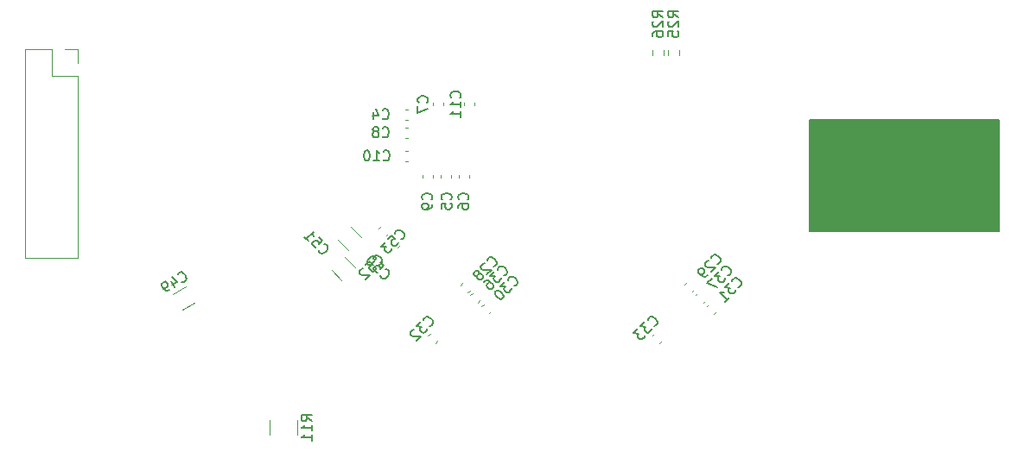
<source format=gbo>
%TF.GenerationSoftware,KiCad,Pcbnew,7.0.1-0*%
%TF.CreationDate,2023-07-11T13:22:56-05:00*%
%TF.ProjectId,plenum,706c656e-756d-42e6-9b69-6361645f7063,2*%
%TF.SameCoordinates,PXbe27330PY316a640*%
%TF.FileFunction,Legend,Bot*%
%TF.FilePolarity,Positive*%
%FSLAX46Y46*%
G04 Gerber Fmt 4.6, Leading zero omitted, Abs format (unit mm)*
G04 Created by KiCad (PCBNEW 7.0.1-0) date 2023-07-11 13:22:56*
%MOMM*%
%LPD*%
G01*
G04 APERTURE LIST*
%ADD10C,0.150000*%
%ADD11C,0.120000*%
G04 APERTURE END LIST*
D10*
X-32893000Y-11938000D02*
X-14351000Y-11938000D01*
X-14351000Y-22860000D01*
X-32893000Y-22860000D01*
X-32893000Y-11938000D01*
G36*
X-32893000Y-11938000D02*
G01*
X-14351000Y-11938000D01*
X-14351000Y-22860000D01*
X-32893000Y-22860000D01*
X-32893000Y-11938000D01*
G37*
%TO.C,C53*%
X-72950491Y-23676371D02*
X-72883148Y-23676371D01*
X-72883148Y-23676371D02*
X-72748461Y-23609028D01*
X-72748461Y-23609028D02*
X-72681117Y-23541684D01*
X-72681117Y-23541684D02*
X-72613774Y-23406997D01*
X-72613774Y-23406997D02*
X-72613774Y-23272310D01*
X-72613774Y-23272310D02*
X-72647445Y-23171295D01*
X-72647445Y-23171295D02*
X-72748461Y-23002936D01*
X-72748461Y-23002936D02*
X-72849476Y-22901921D01*
X-72849476Y-22901921D02*
X-73017835Y-22800906D01*
X-73017835Y-22800906D02*
X-73118850Y-22767234D01*
X-73118850Y-22767234D02*
X-73253537Y-22767234D01*
X-73253537Y-22767234D02*
X-73388224Y-22834578D01*
X-73388224Y-22834578D02*
X-73455568Y-22901921D01*
X-73455568Y-22901921D02*
X-73522911Y-23036608D01*
X-73522911Y-23036608D02*
X-73522911Y-23103952D01*
X-74230018Y-23676371D02*
X-73893300Y-23339654D01*
X-73893300Y-23339654D02*
X-73522911Y-23642700D01*
X-73522911Y-23642700D02*
X-73590255Y-23642700D01*
X-73590255Y-23642700D02*
X-73691270Y-23676371D01*
X-73691270Y-23676371D02*
X-73859629Y-23844730D01*
X-73859629Y-23844730D02*
X-73893300Y-23945745D01*
X-73893300Y-23945745D02*
X-73893300Y-24013089D01*
X-73893300Y-24013089D02*
X-73859629Y-24114104D01*
X-73859629Y-24114104D02*
X-73691270Y-24282463D01*
X-73691270Y-24282463D02*
X-73590255Y-24316135D01*
X-73590255Y-24316135D02*
X-73522911Y-24316135D01*
X-73522911Y-24316135D02*
X-73421896Y-24282463D01*
X-73421896Y-24282463D02*
X-73253537Y-24114104D01*
X-73253537Y-24114104D02*
X-73219865Y-24013089D01*
X-73219865Y-24013089D02*
X-73219865Y-23945745D01*
X-74499392Y-23945745D02*
X-74937125Y-24383478D01*
X-74937125Y-24383478D02*
X-74432048Y-24417150D01*
X-74432048Y-24417150D02*
X-74533064Y-24518165D01*
X-74533064Y-24518165D02*
X-74566735Y-24619180D01*
X-74566735Y-24619180D02*
X-74566735Y-24686524D01*
X-74566735Y-24686524D02*
X-74533064Y-24787539D01*
X-74533064Y-24787539D02*
X-74364705Y-24955898D01*
X-74364705Y-24955898D02*
X-74263690Y-24989570D01*
X-74263690Y-24989570D02*
X-74196346Y-24989570D01*
X-74196346Y-24989570D02*
X-74095331Y-24955898D01*
X-74095331Y-24955898D02*
X-73893300Y-24753867D01*
X-73893300Y-24753867D02*
X-73859629Y-24652852D01*
X-73859629Y-24652852D02*
X-73859629Y-24585509D01*
%TO.C,C51*%
X-81023748Y-24731707D02*
X-81023748Y-24799050D01*
X-81023748Y-24799050D02*
X-80956405Y-24933737D01*
X-80956405Y-24933737D02*
X-80889061Y-25001081D01*
X-80889061Y-25001081D02*
X-80754374Y-25068424D01*
X-80754374Y-25068424D02*
X-80619687Y-25068424D01*
X-80619687Y-25068424D02*
X-80518672Y-25034753D01*
X-80518672Y-25034753D02*
X-80350313Y-24933737D01*
X-80350313Y-24933737D02*
X-80249298Y-24832722D01*
X-80249298Y-24832722D02*
X-80148283Y-24664363D01*
X-80148283Y-24664363D02*
X-80114611Y-24563348D01*
X-80114611Y-24563348D02*
X-80114611Y-24428661D01*
X-80114611Y-24428661D02*
X-80181955Y-24293974D01*
X-80181955Y-24293974D02*
X-80249298Y-24226630D01*
X-80249298Y-24226630D02*
X-80383985Y-24159287D01*
X-80383985Y-24159287D02*
X-80451329Y-24159287D01*
X-81023748Y-23452180D02*
X-80687031Y-23788898D01*
X-80687031Y-23788898D02*
X-80990077Y-24159287D01*
X-80990077Y-24159287D02*
X-80990077Y-24091943D01*
X-80990077Y-24091943D02*
X-81023748Y-23990928D01*
X-81023748Y-23990928D02*
X-81192107Y-23822569D01*
X-81192107Y-23822569D02*
X-81293122Y-23788898D01*
X-81293122Y-23788898D02*
X-81360466Y-23788898D01*
X-81360466Y-23788898D02*
X-81461481Y-23822569D01*
X-81461481Y-23822569D02*
X-81629840Y-23990928D01*
X-81629840Y-23990928D02*
X-81663512Y-24091943D01*
X-81663512Y-24091943D02*
X-81663512Y-24159287D01*
X-81663512Y-24159287D02*
X-81629840Y-24260302D01*
X-81629840Y-24260302D02*
X-81461481Y-24428661D01*
X-81461481Y-24428661D02*
X-81360466Y-24462333D01*
X-81360466Y-24462333D02*
X-81293122Y-24462333D01*
X-82437962Y-23452180D02*
X-82033901Y-23856241D01*
X-82235931Y-23654211D02*
X-81528825Y-22947104D01*
X-81528825Y-22947104D02*
X-81562496Y-23115463D01*
X-81562496Y-23115463D02*
X-81562496Y-23250150D01*
X-81562496Y-23250150D02*
X-81528825Y-23351165D01*
%TO.C,C52*%
X-75123486Y-26186955D02*
X-75056142Y-26186955D01*
X-75056142Y-26186955D02*
X-74921455Y-26119611D01*
X-74921455Y-26119611D02*
X-74854112Y-26052268D01*
X-74854112Y-26052268D02*
X-74786768Y-25917581D01*
X-74786768Y-25917581D02*
X-74786768Y-25782894D01*
X-74786768Y-25782894D02*
X-74820440Y-25681879D01*
X-74820440Y-25681879D02*
X-74921455Y-25513520D01*
X-74921455Y-25513520D02*
X-75022470Y-25412505D01*
X-75022470Y-25412505D02*
X-75190829Y-25311489D01*
X-75190829Y-25311489D02*
X-75291844Y-25277818D01*
X-75291844Y-25277818D02*
X-75426531Y-25277818D01*
X-75426531Y-25277818D02*
X-75561218Y-25345161D01*
X-75561218Y-25345161D02*
X-75628562Y-25412505D01*
X-75628562Y-25412505D02*
X-75695905Y-25547192D01*
X-75695905Y-25547192D02*
X-75695905Y-25614535D01*
X-76403012Y-26186955D02*
X-76066295Y-25850237D01*
X-76066295Y-25850237D02*
X-75695905Y-26153283D01*
X-75695905Y-26153283D02*
X-75763249Y-26153283D01*
X-75763249Y-26153283D02*
X-75864264Y-26186955D01*
X-75864264Y-26186955D02*
X-76032623Y-26355314D01*
X-76032623Y-26355314D02*
X-76066295Y-26456329D01*
X-76066295Y-26456329D02*
X-76066295Y-26523672D01*
X-76066295Y-26523672D02*
X-76032623Y-26624688D01*
X-76032623Y-26624688D02*
X-75864264Y-26793046D01*
X-75864264Y-26793046D02*
X-75763249Y-26826718D01*
X-75763249Y-26826718D02*
X-75695905Y-26826718D01*
X-75695905Y-26826718D02*
X-75594890Y-26793046D01*
X-75594890Y-26793046D02*
X-75426531Y-26624688D01*
X-75426531Y-26624688D02*
X-75392860Y-26523672D01*
X-75392860Y-26523672D02*
X-75392860Y-26456329D01*
X-76638715Y-26557344D02*
X-76706058Y-26557344D01*
X-76706058Y-26557344D02*
X-76807073Y-26591016D01*
X-76807073Y-26591016D02*
X-76975432Y-26759375D01*
X-76975432Y-26759375D02*
X-77009104Y-26860390D01*
X-77009104Y-26860390D02*
X-77009104Y-26927733D01*
X-77009104Y-26927733D02*
X-76975432Y-27028749D01*
X-76975432Y-27028749D02*
X-76908089Y-27096092D01*
X-76908089Y-27096092D02*
X-76773402Y-27163436D01*
X-76773402Y-27163436D02*
X-75965280Y-27163436D01*
X-75965280Y-27163436D02*
X-76403012Y-27601168D01*
%TO.C,R11*%
X-81712381Y-41521142D02*
X-82188572Y-41187809D01*
X-81712381Y-40949714D02*
X-82712381Y-40949714D01*
X-82712381Y-40949714D02*
X-82712381Y-41330666D01*
X-82712381Y-41330666D02*
X-82664762Y-41425904D01*
X-82664762Y-41425904D02*
X-82617143Y-41473523D01*
X-82617143Y-41473523D02*
X-82521905Y-41521142D01*
X-82521905Y-41521142D02*
X-82379048Y-41521142D01*
X-82379048Y-41521142D02*
X-82283810Y-41473523D01*
X-82283810Y-41473523D02*
X-82236191Y-41425904D01*
X-82236191Y-41425904D02*
X-82188572Y-41330666D01*
X-82188572Y-41330666D02*
X-82188572Y-40949714D01*
X-81712381Y-42473523D02*
X-81712381Y-41902095D01*
X-81712381Y-42187809D02*
X-82712381Y-42187809D01*
X-82712381Y-42187809D02*
X-82569524Y-42092571D01*
X-82569524Y-42092571D02*
X-82474286Y-41997333D01*
X-82474286Y-41997333D02*
X-82426667Y-41902095D01*
X-81712381Y-43425904D02*
X-81712381Y-42854476D01*
X-81712381Y-43140190D02*
X-82712381Y-43140190D01*
X-82712381Y-43140190D02*
X-82569524Y-43044952D01*
X-82569524Y-43044952D02*
X-82474286Y-42949714D01*
X-82474286Y-42949714D02*
X-82426667Y-42854476D01*
%TO.C,C32*%
X-70146817Y-32195045D02*
X-70079474Y-32195045D01*
X-70079474Y-32195045D02*
X-69944787Y-32127702D01*
X-69944787Y-32127702D02*
X-69877443Y-32060358D01*
X-69877443Y-32060358D02*
X-69810100Y-31925671D01*
X-69810100Y-31925671D02*
X-69810100Y-31790984D01*
X-69810100Y-31790984D02*
X-69843771Y-31689969D01*
X-69843771Y-31689969D02*
X-69944787Y-31521610D01*
X-69944787Y-31521610D02*
X-70045802Y-31420595D01*
X-70045802Y-31420595D02*
X-70214161Y-31319580D01*
X-70214161Y-31319580D02*
X-70315176Y-31285908D01*
X-70315176Y-31285908D02*
X-70449863Y-31285908D01*
X-70449863Y-31285908D02*
X-70584550Y-31353252D01*
X-70584550Y-31353252D02*
X-70651894Y-31420595D01*
X-70651894Y-31420595D02*
X-70719237Y-31555282D01*
X-70719237Y-31555282D02*
X-70719237Y-31622626D01*
X-71022283Y-31790984D02*
X-71460016Y-32228717D01*
X-71460016Y-32228717D02*
X-70954939Y-32262389D01*
X-70954939Y-32262389D02*
X-71055955Y-32363404D01*
X-71055955Y-32363404D02*
X-71089626Y-32464419D01*
X-71089626Y-32464419D02*
X-71089626Y-32531763D01*
X-71089626Y-32531763D02*
X-71055955Y-32632778D01*
X-71055955Y-32632778D02*
X-70887596Y-32801137D01*
X-70887596Y-32801137D02*
X-70786581Y-32834809D01*
X-70786581Y-32834809D02*
X-70719237Y-32834809D01*
X-70719237Y-32834809D02*
X-70618222Y-32801137D01*
X-70618222Y-32801137D02*
X-70416191Y-32599106D01*
X-70416191Y-32599106D02*
X-70382520Y-32498091D01*
X-70382520Y-32498091D02*
X-70382520Y-32430748D01*
X-71662046Y-32565435D02*
X-71729390Y-32565435D01*
X-71729390Y-32565435D02*
X-71830405Y-32599106D01*
X-71830405Y-32599106D02*
X-71998764Y-32767465D01*
X-71998764Y-32767465D02*
X-72032435Y-32868480D01*
X-72032435Y-32868480D02*
X-72032435Y-32935824D01*
X-72032435Y-32935824D02*
X-71998764Y-33036839D01*
X-71998764Y-33036839D02*
X-71931420Y-33104183D01*
X-71931420Y-33104183D02*
X-71796733Y-33171526D01*
X-71796733Y-33171526D02*
X-70988611Y-33171526D01*
X-70988611Y-33171526D02*
X-71426344Y-33609259D01*
%TO.C,C50*%
X-75006872Y-27196502D02*
X-75006872Y-27263845D01*
X-75006872Y-27263845D02*
X-74939529Y-27398532D01*
X-74939529Y-27398532D02*
X-74872185Y-27465876D01*
X-74872185Y-27465876D02*
X-74737498Y-27533219D01*
X-74737498Y-27533219D02*
X-74602811Y-27533219D01*
X-74602811Y-27533219D02*
X-74501796Y-27499548D01*
X-74501796Y-27499548D02*
X-74333437Y-27398532D01*
X-74333437Y-27398532D02*
X-74232422Y-27297517D01*
X-74232422Y-27297517D02*
X-74131407Y-27129158D01*
X-74131407Y-27129158D02*
X-74097735Y-27028143D01*
X-74097735Y-27028143D02*
X-74097735Y-26893456D01*
X-74097735Y-26893456D02*
X-74165079Y-26758769D01*
X-74165079Y-26758769D02*
X-74232422Y-26691425D01*
X-74232422Y-26691425D02*
X-74367109Y-26624082D01*
X-74367109Y-26624082D02*
X-74434453Y-26624082D01*
X-75006872Y-25916975D02*
X-74670155Y-26253693D01*
X-74670155Y-26253693D02*
X-74973201Y-26624082D01*
X-74973201Y-26624082D02*
X-74973201Y-26556738D01*
X-74973201Y-26556738D02*
X-75006872Y-26455723D01*
X-75006872Y-26455723D02*
X-75175231Y-26287364D01*
X-75175231Y-26287364D02*
X-75276246Y-26253693D01*
X-75276246Y-26253693D02*
X-75343590Y-26253693D01*
X-75343590Y-26253693D02*
X-75444605Y-26287364D01*
X-75444605Y-26287364D02*
X-75612964Y-26455723D01*
X-75612964Y-26455723D02*
X-75646636Y-26556738D01*
X-75646636Y-26556738D02*
X-75646636Y-26624082D01*
X-75646636Y-26624082D02*
X-75612964Y-26725097D01*
X-75612964Y-26725097D02*
X-75444605Y-26893456D01*
X-75444605Y-26893456D02*
X-75343590Y-26927128D01*
X-75343590Y-26927128D02*
X-75276246Y-26927128D01*
X-75478277Y-25445571D02*
X-75545620Y-25378227D01*
X-75545620Y-25378227D02*
X-75646636Y-25344555D01*
X-75646636Y-25344555D02*
X-75713979Y-25344555D01*
X-75713979Y-25344555D02*
X-75814994Y-25378227D01*
X-75814994Y-25378227D02*
X-75983353Y-25479242D01*
X-75983353Y-25479242D02*
X-76151712Y-25647601D01*
X-76151712Y-25647601D02*
X-76252727Y-25815960D01*
X-76252727Y-25815960D02*
X-76286399Y-25916975D01*
X-76286399Y-25916975D02*
X-76286399Y-25984319D01*
X-76286399Y-25984319D02*
X-76252727Y-26085334D01*
X-76252727Y-26085334D02*
X-76185384Y-26152677D01*
X-76185384Y-26152677D02*
X-76084368Y-26186349D01*
X-76084368Y-26186349D02*
X-76017025Y-26186349D01*
X-76017025Y-26186349D02*
X-75916010Y-26152677D01*
X-75916010Y-26152677D02*
X-75747651Y-26051662D01*
X-75747651Y-26051662D02*
X-75579292Y-25883303D01*
X-75579292Y-25883303D02*
X-75478277Y-25714945D01*
X-75478277Y-25714945D02*
X-75444605Y-25613929D01*
X-75444605Y-25613929D02*
X-75444605Y-25546586D01*
X-75444605Y-25546586D02*
X-75478277Y-25445571D01*
%TO.C,C30*%
X-61896654Y-28253208D02*
X-61829311Y-28253208D01*
X-61829311Y-28253208D02*
X-61694624Y-28185865D01*
X-61694624Y-28185865D02*
X-61627280Y-28118521D01*
X-61627280Y-28118521D02*
X-61559937Y-27983834D01*
X-61559937Y-27983834D02*
X-61559937Y-27849147D01*
X-61559937Y-27849147D02*
X-61593608Y-27748132D01*
X-61593608Y-27748132D02*
X-61694624Y-27579773D01*
X-61694624Y-27579773D02*
X-61795639Y-27478758D01*
X-61795639Y-27478758D02*
X-61963998Y-27377743D01*
X-61963998Y-27377743D02*
X-62065013Y-27344071D01*
X-62065013Y-27344071D02*
X-62199700Y-27344071D01*
X-62199700Y-27344071D02*
X-62334387Y-27411415D01*
X-62334387Y-27411415D02*
X-62401731Y-27478758D01*
X-62401731Y-27478758D02*
X-62469074Y-27613445D01*
X-62469074Y-27613445D02*
X-62469074Y-27680789D01*
X-62772120Y-27849147D02*
X-63209853Y-28286880D01*
X-63209853Y-28286880D02*
X-62704776Y-28320552D01*
X-62704776Y-28320552D02*
X-62805792Y-28421567D01*
X-62805792Y-28421567D02*
X-62839463Y-28522582D01*
X-62839463Y-28522582D02*
X-62839463Y-28589926D01*
X-62839463Y-28589926D02*
X-62805792Y-28690941D01*
X-62805792Y-28690941D02*
X-62637433Y-28859300D01*
X-62637433Y-28859300D02*
X-62536418Y-28892972D01*
X-62536418Y-28892972D02*
X-62469074Y-28892972D01*
X-62469074Y-28892972D02*
X-62368059Y-28859300D01*
X-62368059Y-28859300D02*
X-62166028Y-28657269D01*
X-62166028Y-28657269D02*
X-62132357Y-28556254D01*
X-62132357Y-28556254D02*
X-62132357Y-28488911D01*
X-63647585Y-28724613D02*
X-63714929Y-28791956D01*
X-63714929Y-28791956D02*
X-63748601Y-28892972D01*
X-63748601Y-28892972D02*
X-63748601Y-28960315D01*
X-63748601Y-28960315D02*
X-63714929Y-29061330D01*
X-63714929Y-29061330D02*
X-63613914Y-29229689D01*
X-63613914Y-29229689D02*
X-63445555Y-29398048D01*
X-63445555Y-29398048D02*
X-63277196Y-29499063D01*
X-63277196Y-29499063D02*
X-63176181Y-29532735D01*
X-63176181Y-29532735D02*
X-63108837Y-29532735D01*
X-63108837Y-29532735D02*
X-63007822Y-29499063D01*
X-63007822Y-29499063D02*
X-62940479Y-29431720D01*
X-62940479Y-29431720D02*
X-62906807Y-29330704D01*
X-62906807Y-29330704D02*
X-62906807Y-29263361D01*
X-62906807Y-29263361D02*
X-62940479Y-29162346D01*
X-62940479Y-29162346D02*
X-63041494Y-28993987D01*
X-63041494Y-28993987D02*
X-63209853Y-28825628D01*
X-63209853Y-28825628D02*
X-63378211Y-28724613D01*
X-63378211Y-28724613D02*
X-63479227Y-28690941D01*
X-63479227Y-28690941D02*
X-63546570Y-28690941D01*
X-63546570Y-28690941D02*
X-63647585Y-28724613D01*
%TO.C,C33*%
X-48175817Y-32195045D02*
X-48108474Y-32195045D01*
X-48108474Y-32195045D02*
X-47973787Y-32127702D01*
X-47973787Y-32127702D02*
X-47906443Y-32060358D01*
X-47906443Y-32060358D02*
X-47839100Y-31925671D01*
X-47839100Y-31925671D02*
X-47839100Y-31790984D01*
X-47839100Y-31790984D02*
X-47872771Y-31689969D01*
X-47872771Y-31689969D02*
X-47973787Y-31521610D01*
X-47973787Y-31521610D02*
X-48074802Y-31420595D01*
X-48074802Y-31420595D02*
X-48243161Y-31319580D01*
X-48243161Y-31319580D02*
X-48344176Y-31285908D01*
X-48344176Y-31285908D02*
X-48478863Y-31285908D01*
X-48478863Y-31285908D02*
X-48613550Y-31353252D01*
X-48613550Y-31353252D02*
X-48680894Y-31420595D01*
X-48680894Y-31420595D02*
X-48748237Y-31555282D01*
X-48748237Y-31555282D02*
X-48748237Y-31622626D01*
X-49051283Y-31790984D02*
X-49489016Y-32228717D01*
X-49489016Y-32228717D02*
X-48983939Y-32262389D01*
X-48983939Y-32262389D02*
X-49084955Y-32363404D01*
X-49084955Y-32363404D02*
X-49118626Y-32464419D01*
X-49118626Y-32464419D02*
X-49118626Y-32531763D01*
X-49118626Y-32531763D02*
X-49084955Y-32632778D01*
X-49084955Y-32632778D02*
X-48916596Y-32801137D01*
X-48916596Y-32801137D02*
X-48815581Y-32834809D01*
X-48815581Y-32834809D02*
X-48748237Y-32834809D01*
X-48748237Y-32834809D02*
X-48647222Y-32801137D01*
X-48647222Y-32801137D02*
X-48445191Y-32599106D01*
X-48445191Y-32599106D02*
X-48411520Y-32498091D01*
X-48411520Y-32498091D02*
X-48411520Y-32430748D01*
X-49724718Y-32464419D02*
X-50162451Y-32902152D01*
X-50162451Y-32902152D02*
X-49657374Y-32935824D01*
X-49657374Y-32935824D02*
X-49758390Y-33036839D01*
X-49758390Y-33036839D02*
X-49792061Y-33137854D01*
X-49792061Y-33137854D02*
X-49792061Y-33205198D01*
X-49792061Y-33205198D02*
X-49758390Y-33306213D01*
X-49758390Y-33306213D02*
X-49590031Y-33474572D01*
X-49590031Y-33474572D02*
X-49489016Y-33508244D01*
X-49489016Y-33508244D02*
X-49421672Y-33508244D01*
X-49421672Y-33508244D02*
X-49320657Y-33474572D01*
X-49320657Y-33474572D02*
X-49118626Y-33272541D01*
X-49118626Y-33272541D02*
X-49084955Y-33171526D01*
X-49084955Y-33171526D02*
X-49084955Y-33104183D01*
%TO.C,C6*%
X-66434620Y-19772333D02*
X-66387000Y-19724714D01*
X-66387000Y-19724714D02*
X-66339381Y-19581857D01*
X-66339381Y-19581857D02*
X-66339381Y-19486619D01*
X-66339381Y-19486619D02*
X-66387000Y-19343762D01*
X-66387000Y-19343762D02*
X-66482239Y-19248524D01*
X-66482239Y-19248524D02*
X-66577477Y-19200905D01*
X-66577477Y-19200905D02*
X-66767953Y-19153286D01*
X-66767953Y-19153286D02*
X-66910810Y-19153286D01*
X-66910810Y-19153286D02*
X-67101286Y-19200905D01*
X-67101286Y-19200905D02*
X-67196524Y-19248524D01*
X-67196524Y-19248524D02*
X-67291762Y-19343762D01*
X-67291762Y-19343762D02*
X-67339381Y-19486619D01*
X-67339381Y-19486619D02*
X-67339381Y-19581857D01*
X-67339381Y-19581857D02*
X-67291762Y-19724714D01*
X-67291762Y-19724714D02*
X-67244143Y-19772333D01*
X-67339381Y-20629476D02*
X-67339381Y-20439000D01*
X-67339381Y-20439000D02*
X-67291762Y-20343762D01*
X-67291762Y-20343762D02*
X-67244143Y-20296143D01*
X-67244143Y-20296143D02*
X-67101286Y-20200905D01*
X-67101286Y-20200905D02*
X-66910810Y-20153286D01*
X-66910810Y-20153286D02*
X-66529858Y-20153286D01*
X-66529858Y-20153286D02*
X-66434620Y-20200905D01*
X-66434620Y-20200905D02*
X-66387000Y-20248524D01*
X-66387000Y-20248524D02*
X-66339381Y-20343762D01*
X-66339381Y-20343762D02*
X-66339381Y-20534238D01*
X-66339381Y-20534238D02*
X-66387000Y-20629476D01*
X-66387000Y-20629476D02*
X-66434620Y-20677095D01*
X-66434620Y-20677095D02*
X-66529858Y-20724714D01*
X-66529858Y-20724714D02*
X-66767953Y-20724714D01*
X-66767953Y-20724714D02*
X-66863191Y-20677095D01*
X-66863191Y-20677095D02*
X-66910810Y-20629476D01*
X-66910810Y-20629476D02*
X-66958429Y-20534238D01*
X-66958429Y-20534238D02*
X-66958429Y-20343762D01*
X-66958429Y-20343762D02*
X-66910810Y-20248524D01*
X-66910810Y-20248524D02*
X-66863191Y-20200905D01*
X-66863191Y-20200905D02*
X-66767953Y-20153286D01*
%TO.C,C10*%
X-74668143Y-15861380D02*
X-74620524Y-15909000D01*
X-74620524Y-15909000D02*
X-74477667Y-15956619D01*
X-74477667Y-15956619D02*
X-74382429Y-15956619D01*
X-74382429Y-15956619D02*
X-74239572Y-15909000D01*
X-74239572Y-15909000D02*
X-74144334Y-15813761D01*
X-74144334Y-15813761D02*
X-74096715Y-15718523D01*
X-74096715Y-15718523D02*
X-74049096Y-15528047D01*
X-74049096Y-15528047D02*
X-74049096Y-15385190D01*
X-74049096Y-15385190D02*
X-74096715Y-15194714D01*
X-74096715Y-15194714D02*
X-74144334Y-15099476D01*
X-74144334Y-15099476D02*
X-74239572Y-15004238D01*
X-74239572Y-15004238D02*
X-74382429Y-14956619D01*
X-74382429Y-14956619D02*
X-74477667Y-14956619D01*
X-74477667Y-14956619D02*
X-74620524Y-15004238D01*
X-74620524Y-15004238D02*
X-74668143Y-15051857D01*
X-75620524Y-15956619D02*
X-75049096Y-15956619D01*
X-75334810Y-15956619D02*
X-75334810Y-14956619D01*
X-75334810Y-14956619D02*
X-75239572Y-15099476D01*
X-75239572Y-15099476D02*
X-75144334Y-15194714D01*
X-75144334Y-15194714D02*
X-75049096Y-15242333D01*
X-76239572Y-14956619D02*
X-76334810Y-14956619D01*
X-76334810Y-14956619D02*
X-76430048Y-15004238D01*
X-76430048Y-15004238D02*
X-76477667Y-15051857D01*
X-76477667Y-15051857D02*
X-76525286Y-15147095D01*
X-76525286Y-15147095D02*
X-76572905Y-15337571D01*
X-76572905Y-15337571D02*
X-76572905Y-15575666D01*
X-76572905Y-15575666D02*
X-76525286Y-15766142D01*
X-76525286Y-15766142D02*
X-76477667Y-15861380D01*
X-76477667Y-15861380D02*
X-76430048Y-15909000D01*
X-76430048Y-15909000D02*
X-76334810Y-15956619D01*
X-76334810Y-15956619D02*
X-76239572Y-15956619D01*
X-76239572Y-15956619D02*
X-76144334Y-15909000D01*
X-76144334Y-15909000D02*
X-76096715Y-15861380D01*
X-76096715Y-15861380D02*
X-76049096Y-15766142D01*
X-76049096Y-15766142D02*
X-76001477Y-15575666D01*
X-76001477Y-15575666D02*
X-76001477Y-15337571D01*
X-76001477Y-15337571D02*
X-76049096Y-15147095D01*
X-76049096Y-15147095D02*
X-76096715Y-15051857D01*
X-76096715Y-15051857D02*
X-76144334Y-15004238D01*
X-76144334Y-15004238D02*
X-76239572Y-14956619D01*
%TO.C,C36*%
X-62912654Y-27237207D02*
X-62845311Y-27237207D01*
X-62845311Y-27237207D02*
X-62710624Y-27169864D01*
X-62710624Y-27169864D02*
X-62643280Y-27102520D01*
X-62643280Y-27102520D02*
X-62575937Y-26967833D01*
X-62575937Y-26967833D02*
X-62575937Y-26833146D01*
X-62575937Y-26833146D02*
X-62609608Y-26732131D01*
X-62609608Y-26732131D02*
X-62710624Y-26563772D01*
X-62710624Y-26563772D02*
X-62811639Y-26462757D01*
X-62811639Y-26462757D02*
X-62979998Y-26361742D01*
X-62979998Y-26361742D02*
X-63081013Y-26328070D01*
X-63081013Y-26328070D02*
X-63215700Y-26328070D01*
X-63215700Y-26328070D02*
X-63350387Y-26395414D01*
X-63350387Y-26395414D02*
X-63417731Y-26462757D01*
X-63417731Y-26462757D02*
X-63485074Y-26597444D01*
X-63485074Y-26597444D02*
X-63485074Y-26664788D01*
X-63788120Y-26833146D02*
X-64225853Y-27270879D01*
X-64225853Y-27270879D02*
X-63720776Y-27304551D01*
X-63720776Y-27304551D02*
X-63821792Y-27405566D01*
X-63821792Y-27405566D02*
X-63855463Y-27506581D01*
X-63855463Y-27506581D02*
X-63855463Y-27573925D01*
X-63855463Y-27573925D02*
X-63821792Y-27674940D01*
X-63821792Y-27674940D02*
X-63653433Y-27843299D01*
X-63653433Y-27843299D02*
X-63552418Y-27876971D01*
X-63552418Y-27876971D02*
X-63485074Y-27876971D01*
X-63485074Y-27876971D02*
X-63384059Y-27843299D01*
X-63384059Y-27843299D02*
X-63182028Y-27641268D01*
X-63182028Y-27641268D02*
X-63148357Y-27540253D01*
X-63148357Y-27540253D02*
X-63148357Y-27472910D01*
X-64831944Y-27876971D02*
X-64697257Y-27742284D01*
X-64697257Y-27742284D02*
X-64596242Y-27708612D01*
X-64596242Y-27708612D02*
X-64528898Y-27708612D01*
X-64528898Y-27708612D02*
X-64360540Y-27742284D01*
X-64360540Y-27742284D02*
X-64192181Y-27843299D01*
X-64192181Y-27843299D02*
X-63922807Y-28112673D01*
X-63922807Y-28112673D02*
X-63889135Y-28213688D01*
X-63889135Y-28213688D02*
X-63889135Y-28281032D01*
X-63889135Y-28281032D02*
X-63922807Y-28382047D01*
X-63922807Y-28382047D02*
X-64057494Y-28516734D01*
X-64057494Y-28516734D02*
X-64158509Y-28550406D01*
X-64158509Y-28550406D02*
X-64225853Y-28550406D01*
X-64225853Y-28550406D02*
X-64326868Y-28516734D01*
X-64326868Y-28516734D02*
X-64495227Y-28348375D01*
X-64495227Y-28348375D02*
X-64528898Y-28247360D01*
X-64528898Y-28247360D02*
X-64528898Y-28180016D01*
X-64528898Y-28180016D02*
X-64495227Y-28079001D01*
X-64495227Y-28079001D02*
X-64360540Y-27944314D01*
X-64360540Y-27944314D02*
X-64259524Y-27910642D01*
X-64259524Y-27910642D02*
X-64192181Y-27910642D01*
X-64192181Y-27910642D02*
X-64091166Y-27944314D01*
%TO.C,C9*%
X-69990620Y-19772333D02*
X-69943000Y-19724714D01*
X-69943000Y-19724714D02*
X-69895381Y-19581857D01*
X-69895381Y-19581857D02*
X-69895381Y-19486619D01*
X-69895381Y-19486619D02*
X-69943000Y-19343762D01*
X-69943000Y-19343762D02*
X-70038239Y-19248524D01*
X-70038239Y-19248524D02*
X-70133477Y-19200905D01*
X-70133477Y-19200905D02*
X-70323953Y-19153286D01*
X-70323953Y-19153286D02*
X-70466810Y-19153286D01*
X-70466810Y-19153286D02*
X-70657286Y-19200905D01*
X-70657286Y-19200905D02*
X-70752524Y-19248524D01*
X-70752524Y-19248524D02*
X-70847762Y-19343762D01*
X-70847762Y-19343762D02*
X-70895381Y-19486619D01*
X-70895381Y-19486619D02*
X-70895381Y-19581857D01*
X-70895381Y-19581857D02*
X-70847762Y-19724714D01*
X-70847762Y-19724714D02*
X-70800143Y-19772333D01*
X-69895381Y-20248524D02*
X-69895381Y-20439000D01*
X-69895381Y-20439000D02*
X-69943000Y-20534238D01*
X-69943000Y-20534238D02*
X-69990620Y-20581857D01*
X-69990620Y-20581857D02*
X-70133477Y-20677095D01*
X-70133477Y-20677095D02*
X-70323953Y-20724714D01*
X-70323953Y-20724714D02*
X-70704905Y-20724714D01*
X-70704905Y-20724714D02*
X-70800143Y-20677095D01*
X-70800143Y-20677095D02*
X-70847762Y-20629476D01*
X-70847762Y-20629476D02*
X-70895381Y-20534238D01*
X-70895381Y-20534238D02*
X-70895381Y-20343762D01*
X-70895381Y-20343762D02*
X-70847762Y-20248524D01*
X-70847762Y-20248524D02*
X-70800143Y-20200905D01*
X-70800143Y-20200905D02*
X-70704905Y-20153286D01*
X-70704905Y-20153286D02*
X-70466810Y-20153286D01*
X-70466810Y-20153286D02*
X-70371572Y-20200905D01*
X-70371572Y-20200905D02*
X-70323953Y-20248524D01*
X-70323953Y-20248524D02*
X-70276334Y-20343762D01*
X-70276334Y-20343762D02*
X-70276334Y-20534238D01*
X-70276334Y-20534238D02*
X-70323953Y-20629476D01*
X-70323953Y-20629476D02*
X-70371572Y-20677095D01*
X-70371572Y-20677095D02*
X-70466810Y-20724714D01*
%TO.C,C49*%
X-94418579Y-27858585D02*
X-94353531Y-27876015D01*
X-94353531Y-27876015D02*
X-94206003Y-27845826D01*
X-94206003Y-27845826D02*
X-94123524Y-27798207D01*
X-94123524Y-27798207D02*
X-94023616Y-27685539D01*
X-94023616Y-27685539D02*
X-93988757Y-27555441D01*
X-93988757Y-27555441D02*
X-93995136Y-27449153D01*
X-93995136Y-27449153D02*
X-94049135Y-27260386D01*
X-94049135Y-27260386D02*
X-94120564Y-27136668D01*
X-94120564Y-27136668D02*
X-94257041Y-26995521D01*
X-94257041Y-26995521D02*
X-94345899Y-26936852D01*
X-94345899Y-26936852D02*
X-94475997Y-26901992D01*
X-94475997Y-26901992D02*
X-94623524Y-26932181D01*
X-94623524Y-26932181D02*
X-94706003Y-26979800D01*
X-94706003Y-26979800D02*
X-94805911Y-27092468D01*
X-94805911Y-27092468D02*
X-94823341Y-27157517D01*
X-95446601Y-27792285D02*
X-95113268Y-28369635D01*
X-95430881Y-27343323D02*
X-94867541Y-27842865D01*
X-94867541Y-27842865D02*
X-95403652Y-28152389D01*
X-95608140Y-28655349D02*
X-95773097Y-28750588D01*
X-95773097Y-28750588D02*
X-95879385Y-28756967D01*
X-95879385Y-28756967D02*
X-95944434Y-28739538D01*
X-95944434Y-28739538D02*
X-96098341Y-28663439D01*
X-96098341Y-28663439D02*
X-96234818Y-28522291D01*
X-96234818Y-28522291D02*
X-96425294Y-28192377D01*
X-96425294Y-28192377D02*
X-96431674Y-28086088D01*
X-96431674Y-28086088D02*
X-96414244Y-28021040D01*
X-96414244Y-28021040D02*
X-96355575Y-27932181D01*
X-96355575Y-27932181D02*
X-96190618Y-27836943D01*
X-96190618Y-27836943D02*
X-96084330Y-27830563D01*
X-96084330Y-27830563D02*
X-96019281Y-27847993D01*
X-96019281Y-27847993D02*
X-95930423Y-27906662D01*
X-95930423Y-27906662D02*
X-95811375Y-28112859D01*
X-95811375Y-28112859D02*
X-95804995Y-28219147D01*
X-95804995Y-28219147D02*
X-95822425Y-28284196D01*
X-95822425Y-28284196D02*
X-95881094Y-28373054D01*
X-95881094Y-28373054D02*
X-96046052Y-28468292D01*
X-96046052Y-28468292D02*
X-96152340Y-28474672D01*
X-96152340Y-28474672D02*
X-96217388Y-28457242D01*
X-96217388Y-28457242D02*
X-96306247Y-28398573D01*
%TO.C,C37*%
X-40941655Y-27237208D02*
X-40874312Y-27237208D01*
X-40874312Y-27237208D02*
X-40739625Y-27169865D01*
X-40739625Y-27169865D02*
X-40672281Y-27102521D01*
X-40672281Y-27102521D02*
X-40604938Y-26967834D01*
X-40604938Y-26967834D02*
X-40604938Y-26833147D01*
X-40604938Y-26833147D02*
X-40638609Y-26732132D01*
X-40638609Y-26732132D02*
X-40739625Y-26563773D01*
X-40739625Y-26563773D02*
X-40840640Y-26462758D01*
X-40840640Y-26462758D02*
X-41008999Y-26361743D01*
X-41008999Y-26361743D02*
X-41110014Y-26328071D01*
X-41110014Y-26328071D02*
X-41244701Y-26328071D01*
X-41244701Y-26328071D02*
X-41379388Y-26395415D01*
X-41379388Y-26395415D02*
X-41446732Y-26462758D01*
X-41446732Y-26462758D02*
X-41514075Y-26597445D01*
X-41514075Y-26597445D02*
X-41514075Y-26664789D01*
X-41817121Y-26833147D02*
X-42254854Y-27270880D01*
X-42254854Y-27270880D02*
X-41749777Y-27304552D01*
X-41749777Y-27304552D02*
X-41850793Y-27405567D01*
X-41850793Y-27405567D02*
X-41884464Y-27506582D01*
X-41884464Y-27506582D02*
X-41884464Y-27573926D01*
X-41884464Y-27573926D02*
X-41850793Y-27674941D01*
X-41850793Y-27674941D02*
X-41682434Y-27843300D01*
X-41682434Y-27843300D02*
X-41581419Y-27876972D01*
X-41581419Y-27876972D02*
X-41514075Y-27876972D01*
X-41514075Y-27876972D02*
X-41413060Y-27843300D01*
X-41413060Y-27843300D02*
X-41211029Y-27641269D01*
X-41211029Y-27641269D02*
X-41177358Y-27540254D01*
X-41177358Y-27540254D02*
X-41177358Y-27472911D01*
X-42490556Y-27506582D02*
X-42961960Y-27977987D01*
X-42961960Y-27977987D02*
X-41951808Y-28382048D01*
%TO.C,C28*%
X-63928654Y-26348209D02*
X-63861311Y-26348209D01*
X-63861311Y-26348209D02*
X-63726624Y-26280866D01*
X-63726624Y-26280866D02*
X-63659280Y-26213522D01*
X-63659280Y-26213522D02*
X-63591937Y-26078835D01*
X-63591937Y-26078835D02*
X-63591937Y-25944148D01*
X-63591937Y-25944148D02*
X-63625608Y-25843133D01*
X-63625608Y-25843133D02*
X-63726624Y-25674774D01*
X-63726624Y-25674774D02*
X-63827639Y-25573759D01*
X-63827639Y-25573759D02*
X-63995998Y-25472744D01*
X-63995998Y-25472744D02*
X-64097013Y-25439072D01*
X-64097013Y-25439072D02*
X-64231700Y-25439072D01*
X-64231700Y-25439072D02*
X-64366387Y-25506416D01*
X-64366387Y-25506416D02*
X-64433731Y-25573759D01*
X-64433731Y-25573759D02*
X-64501074Y-25708446D01*
X-64501074Y-25708446D02*
X-64501074Y-25775790D01*
X-64770448Y-26045164D02*
X-64837792Y-26045164D01*
X-64837792Y-26045164D02*
X-64938807Y-26078835D01*
X-64938807Y-26078835D02*
X-65107166Y-26247194D01*
X-65107166Y-26247194D02*
X-65140837Y-26348209D01*
X-65140837Y-26348209D02*
X-65140837Y-26415553D01*
X-65140837Y-26415553D02*
X-65107166Y-26516568D01*
X-65107166Y-26516568D02*
X-65039822Y-26583912D01*
X-65039822Y-26583912D02*
X-64905135Y-26651255D01*
X-64905135Y-26651255D02*
X-64097013Y-26651255D01*
X-64097013Y-26651255D02*
X-64534746Y-27088988D01*
X-65342868Y-27088988D02*
X-65309196Y-26987973D01*
X-65309196Y-26987973D02*
X-65309196Y-26920629D01*
X-65309196Y-26920629D02*
X-65342868Y-26819614D01*
X-65342868Y-26819614D02*
X-65376540Y-26785942D01*
X-65376540Y-26785942D02*
X-65477555Y-26752270D01*
X-65477555Y-26752270D02*
X-65544898Y-26752270D01*
X-65544898Y-26752270D02*
X-65645914Y-26785942D01*
X-65645914Y-26785942D02*
X-65780601Y-26920629D01*
X-65780601Y-26920629D02*
X-65814272Y-27021644D01*
X-65814272Y-27021644D02*
X-65814272Y-27088988D01*
X-65814272Y-27088988D02*
X-65780601Y-27190003D01*
X-65780601Y-27190003D02*
X-65746929Y-27223675D01*
X-65746929Y-27223675D02*
X-65645914Y-27257347D01*
X-65645914Y-27257347D02*
X-65578570Y-27257347D01*
X-65578570Y-27257347D02*
X-65477555Y-27223675D01*
X-65477555Y-27223675D02*
X-65342868Y-27088988D01*
X-65342868Y-27088988D02*
X-65241853Y-27055316D01*
X-65241853Y-27055316D02*
X-65174509Y-27055316D01*
X-65174509Y-27055316D02*
X-65073494Y-27088988D01*
X-65073494Y-27088988D02*
X-64938807Y-27223675D01*
X-64938807Y-27223675D02*
X-64905135Y-27324690D01*
X-64905135Y-27324690D02*
X-64905135Y-27392034D01*
X-64905135Y-27392034D02*
X-64938807Y-27493049D01*
X-64938807Y-27493049D02*
X-65073494Y-27627736D01*
X-65073494Y-27627736D02*
X-65174509Y-27661408D01*
X-65174509Y-27661408D02*
X-65241853Y-27661408D01*
X-65241853Y-27661408D02*
X-65342868Y-27627736D01*
X-65342868Y-27627736D02*
X-65477555Y-27493049D01*
X-65477555Y-27493049D02*
X-65511227Y-27392034D01*
X-65511227Y-27392034D02*
X-65511227Y-27324690D01*
X-65511227Y-27324690D02*
X-65477555Y-27223675D01*
%TO.C,C4*%
X-74763334Y-11797380D02*
X-74715715Y-11845000D01*
X-74715715Y-11845000D02*
X-74572858Y-11892619D01*
X-74572858Y-11892619D02*
X-74477620Y-11892619D01*
X-74477620Y-11892619D02*
X-74334763Y-11845000D01*
X-74334763Y-11845000D02*
X-74239525Y-11749761D01*
X-74239525Y-11749761D02*
X-74191906Y-11654523D01*
X-74191906Y-11654523D02*
X-74144287Y-11464047D01*
X-74144287Y-11464047D02*
X-74144287Y-11321190D01*
X-74144287Y-11321190D02*
X-74191906Y-11130714D01*
X-74191906Y-11130714D02*
X-74239525Y-11035476D01*
X-74239525Y-11035476D02*
X-74334763Y-10940238D01*
X-74334763Y-10940238D02*
X-74477620Y-10892619D01*
X-74477620Y-10892619D02*
X-74572858Y-10892619D01*
X-74572858Y-10892619D02*
X-74715715Y-10940238D01*
X-74715715Y-10940238D02*
X-74763334Y-10987857D01*
X-75620477Y-11225952D02*
X-75620477Y-11892619D01*
X-75382382Y-10845000D02*
X-75144287Y-11559285D01*
X-75144287Y-11559285D02*
X-75763334Y-11559285D01*
%TO.C,C8*%
X-74763334Y-13575380D02*
X-74715715Y-13623000D01*
X-74715715Y-13623000D02*
X-74572858Y-13670619D01*
X-74572858Y-13670619D02*
X-74477620Y-13670619D01*
X-74477620Y-13670619D02*
X-74334763Y-13623000D01*
X-74334763Y-13623000D02*
X-74239525Y-13527761D01*
X-74239525Y-13527761D02*
X-74191906Y-13432523D01*
X-74191906Y-13432523D02*
X-74144287Y-13242047D01*
X-74144287Y-13242047D02*
X-74144287Y-13099190D01*
X-74144287Y-13099190D02*
X-74191906Y-12908714D01*
X-74191906Y-12908714D02*
X-74239525Y-12813476D01*
X-74239525Y-12813476D02*
X-74334763Y-12718238D01*
X-74334763Y-12718238D02*
X-74477620Y-12670619D01*
X-74477620Y-12670619D02*
X-74572858Y-12670619D01*
X-74572858Y-12670619D02*
X-74715715Y-12718238D01*
X-74715715Y-12718238D02*
X-74763334Y-12765857D01*
X-75334763Y-13099190D02*
X-75239525Y-13051571D01*
X-75239525Y-13051571D02*
X-75191906Y-13003952D01*
X-75191906Y-13003952D02*
X-75144287Y-12908714D01*
X-75144287Y-12908714D02*
X-75144287Y-12861095D01*
X-75144287Y-12861095D02*
X-75191906Y-12765857D01*
X-75191906Y-12765857D02*
X-75239525Y-12718238D01*
X-75239525Y-12718238D02*
X-75334763Y-12670619D01*
X-75334763Y-12670619D02*
X-75525239Y-12670619D01*
X-75525239Y-12670619D02*
X-75620477Y-12718238D01*
X-75620477Y-12718238D02*
X-75668096Y-12765857D01*
X-75668096Y-12765857D02*
X-75715715Y-12861095D01*
X-75715715Y-12861095D02*
X-75715715Y-12908714D01*
X-75715715Y-12908714D02*
X-75668096Y-13003952D01*
X-75668096Y-13003952D02*
X-75620477Y-13051571D01*
X-75620477Y-13051571D02*
X-75525239Y-13099190D01*
X-75525239Y-13099190D02*
X-75334763Y-13099190D01*
X-75334763Y-13099190D02*
X-75239525Y-13146809D01*
X-75239525Y-13146809D02*
X-75191906Y-13194428D01*
X-75191906Y-13194428D02*
X-75144287Y-13289666D01*
X-75144287Y-13289666D02*
X-75144287Y-13480142D01*
X-75144287Y-13480142D02*
X-75191906Y-13575380D01*
X-75191906Y-13575380D02*
X-75239525Y-13623000D01*
X-75239525Y-13623000D02*
X-75334763Y-13670619D01*
X-75334763Y-13670619D02*
X-75525239Y-13670619D01*
X-75525239Y-13670619D02*
X-75620477Y-13623000D01*
X-75620477Y-13623000D02*
X-75668096Y-13575380D01*
X-75668096Y-13575380D02*
X-75715715Y-13480142D01*
X-75715715Y-13480142D02*
X-75715715Y-13289666D01*
X-75715715Y-13289666D02*
X-75668096Y-13194428D01*
X-75668096Y-13194428D02*
X-75620477Y-13146809D01*
X-75620477Y-13146809D02*
X-75525239Y-13099190D01*
%TO.C,C29*%
X-41957653Y-26094208D02*
X-41890310Y-26094208D01*
X-41890310Y-26094208D02*
X-41755623Y-26026865D01*
X-41755623Y-26026865D02*
X-41688279Y-25959521D01*
X-41688279Y-25959521D02*
X-41620936Y-25824834D01*
X-41620936Y-25824834D02*
X-41620936Y-25690147D01*
X-41620936Y-25690147D02*
X-41654607Y-25589132D01*
X-41654607Y-25589132D02*
X-41755623Y-25420773D01*
X-41755623Y-25420773D02*
X-41856638Y-25319758D01*
X-41856638Y-25319758D02*
X-42024997Y-25218743D01*
X-42024997Y-25218743D02*
X-42126012Y-25185071D01*
X-42126012Y-25185071D02*
X-42260699Y-25185071D01*
X-42260699Y-25185071D02*
X-42395386Y-25252415D01*
X-42395386Y-25252415D02*
X-42462730Y-25319758D01*
X-42462730Y-25319758D02*
X-42530073Y-25454445D01*
X-42530073Y-25454445D02*
X-42530073Y-25521789D01*
X-42799447Y-25791163D02*
X-42866791Y-25791163D01*
X-42866791Y-25791163D02*
X-42967806Y-25824834D01*
X-42967806Y-25824834D02*
X-43136165Y-25993193D01*
X-43136165Y-25993193D02*
X-43169836Y-26094208D01*
X-43169836Y-26094208D02*
X-43169836Y-26161552D01*
X-43169836Y-26161552D02*
X-43136165Y-26262567D01*
X-43136165Y-26262567D02*
X-43068821Y-26329911D01*
X-43068821Y-26329911D02*
X-42934134Y-26397254D01*
X-42934134Y-26397254D02*
X-42126012Y-26397254D01*
X-42126012Y-26397254D02*
X-42563745Y-26834987D01*
X-42900462Y-27171704D02*
X-43035149Y-27306391D01*
X-43035149Y-27306391D02*
X-43136165Y-27340063D01*
X-43136165Y-27340063D02*
X-43203508Y-27340063D01*
X-43203508Y-27340063D02*
X-43371867Y-27306391D01*
X-43371867Y-27306391D02*
X-43540226Y-27205376D01*
X-43540226Y-27205376D02*
X-43809600Y-26936002D01*
X-43809600Y-26936002D02*
X-43843271Y-26834987D01*
X-43843271Y-26834987D02*
X-43843271Y-26767643D01*
X-43843271Y-26767643D02*
X-43809600Y-26666628D01*
X-43809600Y-26666628D02*
X-43674913Y-26531941D01*
X-43674913Y-26531941D02*
X-43573897Y-26498269D01*
X-43573897Y-26498269D02*
X-43506554Y-26498269D01*
X-43506554Y-26498269D02*
X-43405539Y-26531941D01*
X-43405539Y-26531941D02*
X-43237180Y-26700300D01*
X-43237180Y-26700300D02*
X-43203508Y-26801315D01*
X-43203508Y-26801315D02*
X-43203508Y-26868659D01*
X-43203508Y-26868659D02*
X-43237180Y-26969674D01*
X-43237180Y-26969674D02*
X-43371867Y-27104361D01*
X-43371867Y-27104361D02*
X-43472882Y-27138033D01*
X-43472882Y-27138033D02*
X-43540226Y-27138033D01*
X-43540226Y-27138033D02*
X-43641241Y-27104361D01*
%TO.C,R26*%
X-47289381Y-1897142D02*
X-47765572Y-1563809D01*
X-47289381Y-1325714D02*
X-48289381Y-1325714D01*
X-48289381Y-1325714D02*
X-48289381Y-1706666D01*
X-48289381Y-1706666D02*
X-48241762Y-1801904D01*
X-48241762Y-1801904D02*
X-48194143Y-1849523D01*
X-48194143Y-1849523D02*
X-48098905Y-1897142D01*
X-48098905Y-1897142D02*
X-47956048Y-1897142D01*
X-47956048Y-1897142D02*
X-47860810Y-1849523D01*
X-47860810Y-1849523D02*
X-47813191Y-1801904D01*
X-47813191Y-1801904D02*
X-47765572Y-1706666D01*
X-47765572Y-1706666D02*
X-47765572Y-1325714D01*
X-48194143Y-2278095D02*
X-48241762Y-2325714D01*
X-48241762Y-2325714D02*
X-48289381Y-2420952D01*
X-48289381Y-2420952D02*
X-48289381Y-2659047D01*
X-48289381Y-2659047D02*
X-48241762Y-2754285D01*
X-48241762Y-2754285D02*
X-48194143Y-2801904D01*
X-48194143Y-2801904D02*
X-48098905Y-2849523D01*
X-48098905Y-2849523D02*
X-48003667Y-2849523D01*
X-48003667Y-2849523D02*
X-47860810Y-2801904D01*
X-47860810Y-2801904D02*
X-47289381Y-2230476D01*
X-47289381Y-2230476D02*
X-47289381Y-2849523D01*
X-48289381Y-3706666D02*
X-48289381Y-3516190D01*
X-48289381Y-3516190D02*
X-48241762Y-3420952D01*
X-48241762Y-3420952D02*
X-48194143Y-3373333D01*
X-48194143Y-3373333D02*
X-48051286Y-3278095D01*
X-48051286Y-3278095D02*
X-47860810Y-3230476D01*
X-47860810Y-3230476D02*
X-47479858Y-3230476D01*
X-47479858Y-3230476D02*
X-47384620Y-3278095D01*
X-47384620Y-3278095D02*
X-47337000Y-3325714D01*
X-47337000Y-3325714D02*
X-47289381Y-3420952D01*
X-47289381Y-3420952D02*
X-47289381Y-3611428D01*
X-47289381Y-3611428D02*
X-47337000Y-3706666D01*
X-47337000Y-3706666D02*
X-47384620Y-3754285D01*
X-47384620Y-3754285D02*
X-47479858Y-3801904D01*
X-47479858Y-3801904D02*
X-47717953Y-3801904D01*
X-47717953Y-3801904D02*
X-47813191Y-3754285D01*
X-47813191Y-3754285D02*
X-47860810Y-3706666D01*
X-47860810Y-3706666D02*
X-47908429Y-3611428D01*
X-47908429Y-3611428D02*
X-47908429Y-3420952D01*
X-47908429Y-3420952D02*
X-47860810Y-3325714D01*
X-47860810Y-3325714D02*
X-47813191Y-3278095D01*
X-47813191Y-3278095D02*
X-47717953Y-3230476D01*
%TO.C,C5*%
X-68085620Y-19772333D02*
X-68038000Y-19724714D01*
X-68038000Y-19724714D02*
X-67990381Y-19581857D01*
X-67990381Y-19581857D02*
X-67990381Y-19486619D01*
X-67990381Y-19486619D02*
X-68038000Y-19343762D01*
X-68038000Y-19343762D02*
X-68133239Y-19248524D01*
X-68133239Y-19248524D02*
X-68228477Y-19200905D01*
X-68228477Y-19200905D02*
X-68418953Y-19153286D01*
X-68418953Y-19153286D02*
X-68561810Y-19153286D01*
X-68561810Y-19153286D02*
X-68752286Y-19200905D01*
X-68752286Y-19200905D02*
X-68847524Y-19248524D01*
X-68847524Y-19248524D02*
X-68942762Y-19343762D01*
X-68942762Y-19343762D02*
X-68990381Y-19486619D01*
X-68990381Y-19486619D02*
X-68990381Y-19581857D01*
X-68990381Y-19581857D02*
X-68942762Y-19724714D01*
X-68942762Y-19724714D02*
X-68895143Y-19772333D01*
X-68990381Y-20677095D02*
X-68990381Y-20200905D01*
X-68990381Y-20200905D02*
X-68514191Y-20153286D01*
X-68514191Y-20153286D02*
X-68561810Y-20200905D01*
X-68561810Y-20200905D02*
X-68609429Y-20296143D01*
X-68609429Y-20296143D02*
X-68609429Y-20534238D01*
X-68609429Y-20534238D02*
X-68561810Y-20629476D01*
X-68561810Y-20629476D02*
X-68514191Y-20677095D01*
X-68514191Y-20677095D02*
X-68418953Y-20724714D01*
X-68418953Y-20724714D02*
X-68180858Y-20724714D01*
X-68180858Y-20724714D02*
X-68085620Y-20677095D01*
X-68085620Y-20677095D02*
X-68038000Y-20629476D01*
X-68038000Y-20629476D02*
X-67990381Y-20534238D01*
X-67990381Y-20534238D02*
X-67990381Y-20296143D01*
X-67990381Y-20296143D02*
X-68038000Y-20200905D01*
X-68038000Y-20200905D02*
X-68085620Y-20153286D01*
%TO.C,C11*%
X-67196620Y-9771142D02*
X-67149000Y-9723523D01*
X-67149000Y-9723523D02*
X-67101381Y-9580666D01*
X-67101381Y-9580666D02*
X-67101381Y-9485428D01*
X-67101381Y-9485428D02*
X-67149000Y-9342571D01*
X-67149000Y-9342571D02*
X-67244239Y-9247333D01*
X-67244239Y-9247333D02*
X-67339477Y-9199714D01*
X-67339477Y-9199714D02*
X-67529953Y-9152095D01*
X-67529953Y-9152095D02*
X-67672810Y-9152095D01*
X-67672810Y-9152095D02*
X-67863286Y-9199714D01*
X-67863286Y-9199714D02*
X-67958524Y-9247333D01*
X-67958524Y-9247333D02*
X-68053762Y-9342571D01*
X-68053762Y-9342571D02*
X-68101381Y-9485428D01*
X-68101381Y-9485428D02*
X-68101381Y-9580666D01*
X-68101381Y-9580666D02*
X-68053762Y-9723523D01*
X-68053762Y-9723523D02*
X-68006143Y-9771142D01*
X-67101381Y-10723523D02*
X-67101381Y-10152095D01*
X-67101381Y-10437809D02*
X-68101381Y-10437809D01*
X-68101381Y-10437809D02*
X-67958524Y-10342571D01*
X-67958524Y-10342571D02*
X-67863286Y-10247333D01*
X-67863286Y-10247333D02*
X-67815667Y-10152095D01*
X-67101381Y-11675904D02*
X-67101381Y-11104476D01*
X-67101381Y-11390190D02*
X-68101381Y-11390190D01*
X-68101381Y-11390190D02*
X-67958524Y-11294952D01*
X-67958524Y-11294952D02*
X-67863286Y-11199714D01*
X-67863286Y-11199714D02*
X-67815667Y-11104476D01*
%TO.C,C7*%
X-70404620Y-10247333D02*
X-70357000Y-10199714D01*
X-70357000Y-10199714D02*
X-70309381Y-10056857D01*
X-70309381Y-10056857D02*
X-70309381Y-9961619D01*
X-70309381Y-9961619D02*
X-70357000Y-9818762D01*
X-70357000Y-9818762D02*
X-70452239Y-9723524D01*
X-70452239Y-9723524D02*
X-70547477Y-9675905D01*
X-70547477Y-9675905D02*
X-70737953Y-9628286D01*
X-70737953Y-9628286D02*
X-70880810Y-9628286D01*
X-70880810Y-9628286D02*
X-71071286Y-9675905D01*
X-71071286Y-9675905D02*
X-71166524Y-9723524D01*
X-71166524Y-9723524D02*
X-71261762Y-9818762D01*
X-71261762Y-9818762D02*
X-71309381Y-9961619D01*
X-71309381Y-9961619D02*
X-71309381Y-10056857D01*
X-71309381Y-10056857D02*
X-71261762Y-10199714D01*
X-71261762Y-10199714D02*
X-71214143Y-10247333D01*
X-71309381Y-10580667D02*
X-71309381Y-11247333D01*
X-71309381Y-11247333D02*
X-70309381Y-10818762D01*
%TO.C,R25*%
X-45765381Y-1897142D02*
X-46241572Y-1563809D01*
X-45765381Y-1325714D02*
X-46765381Y-1325714D01*
X-46765381Y-1325714D02*
X-46765381Y-1706666D01*
X-46765381Y-1706666D02*
X-46717762Y-1801904D01*
X-46717762Y-1801904D02*
X-46670143Y-1849523D01*
X-46670143Y-1849523D02*
X-46574905Y-1897142D01*
X-46574905Y-1897142D02*
X-46432048Y-1897142D01*
X-46432048Y-1897142D02*
X-46336810Y-1849523D01*
X-46336810Y-1849523D02*
X-46289191Y-1801904D01*
X-46289191Y-1801904D02*
X-46241572Y-1706666D01*
X-46241572Y-1706666D02*
X-46241572Y-1325714D01*
X-46670143Y-2278095D02*
X-46717762Y-2325714D01*
X-46717762Y-2325714D02*
X-46765381Y-2420952D01*
X-46765381Y-2420952D02*
X-46765381Y-2659047D01*
X-46765381Y-2659047D02*
X-46717762Y-2754285D01*
X-46717762Y-2754285D02*
X-46670143Y-2801904D01*
X-46670143Y-2801904D02*
X-46574905Y-2849523D01*
X-46574905Y-2849523D02*
X-46479667Y-2849523D01*
X-46479667Y-2849523D02*
X-46336810Y-2801904D01*
X-46336810Y-2801904D02*
X-45765381Y-2230476D01*
X-45765381Y-2230476D02*
X-45765381Y-2849523D01*
X-46765381Y-3754285D02*
X-46765381Y-3278095D01*
X-46765381Y-3278095D02*
X-46289191Y-3230476D01*
X-46289191Y-3230476D02*
X-46336810Y-3278095D01*
X-46336810Y-3278095D02*
X-46384429Y-3373333D01*
X-46384429Y-3373333D02*
X-46384429Y-3611428D01*
X-46384429Y-3611428D02*
X-46336810Y-3706666D01*
X-46336810Y-3706666D02*
X-46289191Y-3754285D01*
X-46289191Y-3754285D02*
X-46193953Y-3801904D01*
X-46193953Y-3801904D02*
X-45955858Y-3801904D01*
X-45955858Y-3801904D02*
X-45860620Y-3754285D01*
X-45860620Y-3754285D02*
X-45813000Y-3706666D01*
X-45813000Y-3706666D02*
X-45765381Y-3611428D01*
X-45765381Y-3611428D02*
X-45765381Y-3373333D01*
X-45765381Y-3373333D02*
X-45813000Y-3278095D01*
X-45813000Y-3278095D02*
X-45860620Y-3230476D01*
%TO.C,C31*%
X-39925654Y-28380208D02*
X-39858311Y-28380208D01*
X-39858311Y-28380208D02*
X-39723624Y-28312865D01*
X-39723624Y-28312865D02*
X-39656280Y-28245521D01*
X-39656280Y-28245521D02*
X-39588937Y-28110834D01*
X-39588937Y-28110834D02*
X-39588937Y-27976147D01*
X-39588937Y-27976147D02*
X-39622608Y-27875132D01*
X-39622608Y-27875132D02*
X-39723624Y-27706773D01*
X-39723624Y-27706773D02*
X-39824639Y-27605758D01*
X-39824639Y-27605758D02*
X-39992998Y-27504743D01*
X-39992998Y-27504743D02*
X-40094013Y-27471071D01*
X-40094013Y-27471071D02*
X-40228700Y-27471071D01*
X-40228700Y-27471071D02*
X-40363387Y-27538415D01*
X-40363387Y-27538415D02*
X-40430731Y-27605758D01*
X-40430731Y-27605758D02*
X-40498074Y-27740445D01*
X-40498074Y-27740445D02*
X-40498074Y-27807789D01*
X-40801120Y-27976147D02*
X-41238853Y-28413880D01*
X-41238853Y-28413880D02*
X-40733776Y-28447552D01*
X-40733776Y-28447552D02*
X-40834792Y-28548567D01*
X-40834792Y-28548567D02*
X-40868463Y-28649582D01*
X-40868463Y-28649582D02*
X-40868463Y-28716926D01*
X-40868463Y-28716926D02*
X-40834792Y-28817941D01*
X-40834792Y-28817941D02*
X-40666433Y-28986300D01*
X-40666433Y-28986300D02*
X-40565418Y-29019972D01*
X-40565418Y-29019972D02*
X-40498074Y-29019972D01*
X-40498074Y-29019972D02*
X-40397059Y-28986300D01*
X-40397059Y-28986300D02*
X-40195028Y-28784269D01*
X-40195028Y-28784269D02*
X-40161357Y-28683254D01*
X-40161357Y-28683254D02*
X-40161357Y-28615911D01*
X-41205181Y-29794422D02*
X-40801120Y-29390361D01*
X-41003150Y-29592391D02*
X-41710257Y-28885285D01*
X-41710257Y-28885285D02*
X-41541898Y-28918956D01*
X-41541898Y-28918956D02*
X-41407211Y-28918956D01*
X-41407211Y-28918956D02*
X-41306196Y-28885285D01*
D11*
%TO.C,C53*%
X-75136030Y-22598781D02*
X-74937219Y-22399970D01*
X-74414781Y-23320030D02*
X-74215970Y-23121219D01*
%TO.C,C51*%
X-78753536Y-27689398D02*
X-79759398Y-26683536D01*
X-77466602Y-26402464D02*
X-78472464Y-25396602D01*
%TO.C,C52*%
X-73072970Y-24264219D02*
X-73271781Y-24463030D01*
X-73794219Y-23542970D02*
X-73993030Y-23741781D01*
%TO.C,R11*%
X-85810000Y-42887737D02*
X-85810000Y-41440263D01*
X-83100000Y-42887737D02*
X-83100000Y-41440263D01*
%TO.C,C32*%
X-69389970Y-33662219D02*
X-69588781Y-33861030D01*
X-70111219Y-32940970D02*
X-70310030Y-33139781D01*
%TO.C,C50*%
X-79124398Y-23762536D02*
X-78118536Y-24768398D01*
X-77837464Y-22475602D02*
X-76831602Y-23481464D01*
%TO.C,C30*%
X-65060379Y-30243047D02*
X-64861568Y-30044236D01*
X-64339130Y-30964296D02*
X-64140319Y-30765485D01*
%TO.C,C33*%
X-47418970Y-33662219D02*
X-47617781Y-33861030D01*
X-48140219Y-32940970D02*
X-48339030Y-33139781D01*
%TO.C,C6*%
X-67312000Y-17666580D02*
X-67312000Y-17385420D01*
X-66292000Y-17666580D02*
X-66292000Y-17385420D01*
%TO.C,C10*%
X-72530580Y-14984000D02*
X-72249420Y-14984000D01*
X-72530580Y-16004000D02*
X-72249420Y-16004000D01*
%TO.C,C36*%
X-66138010Y-29165417D02*
X-65939199Y-28966606D01*
X-65416761Y-29886666D02*
X-65217950Y-29687855D01*
%TO.C,C9*%
X-70868000Y-17666580D02*
X-70868000Y-17385420D01*
X-69848000Y-17666580D02*
X-69848000Y-17385420D01*
%TO.C,C49*%
X-93163038Y-29896457D02*
X-94394962Y-30607709D01*
X-94073038Y-28320291D02*
X-95304962Y-29031543D01*
%TO.C,C37*%
X-44072257Y-29183351D02*
X-43873446Y-28984540D01*
X-43351008Y-29904600D02*
X-43152197Y-29705789D01*
%TO.C,C28*%
X-67135030Y-28186781D02*
X-66936219Y-27987970D01*
X-66413781Y-28908030D02*
X-66214970Y-28709219D01*
%TO.C,J2*%
X-104588000Y-25496830D02*
X-109788000Y-25496830D01*
X-104588000Y-7656830D02*
X-104588000Y-25496830D01*
X-104588000Y-7656830D02*
X-107188000Y-7656830D01*
X-104588000Y-6386830D02*
X-104588000Y-5056830D01*
X-104588000Y-5056830D02*
X-105918000Y-5056830D01*
X-107188000Y-7656830D02*
X-107188000Y-5056830D01*
X-107188000Y-5056830D02*
X-109788000Y-5056830D01*
X-109788000Y-5056830D02*
X-109788000Y-25496830D01*
%TO.C,C4*%
X-72530580Y-10920000D02*
X-72249420Y-10920000D01*
X-72530580Y-11940000D02*
X-72249420Y-11940000D01*
%TO.C,C8*%
X-72530580Y-12698000D02*
X-72249420Y-12698000D01*
X-72530580Y-13718000D02*
X-72249420Y-13718000D01*
%TO.C,C29*%
X-45140695Y-28096528D02*
X-44941884Y-27897717D01*
X-44419446Y-28817777D02*
X-44220635Y-28618966D01*
%TO.C,R26*%
X-47229500Y-5096742D02*
X-47229500Y-5571258D01*
X-48274500Y-5096742D02*
X-48274500Y-5571258D01*
%TO.C,C5*%
X-69090000Y-17666580D02*
X-69090000Y-17385420D01*
X-68070000Y-17666580D02*
X-68070000Y-17385420D01*
%TO.C,C11*%
X-65784000Y-10273420D02*
X-65784000Y-10554580D01*
X-66804000Y-10273420D02*
X-66804000Y-10554580D01*
%TO.C,C7*%
X-68832000Y-10273420D02*
X-68832000Y-10554580D01*
X-69852000Y-10273420D02*
X-69852000Y-10554580D01*
%TO.C,R25*%
X-45705500Y-5096742D02*
X-45705500Y-5571258D01*
X-46750500Y-5096742D02*
X-46750500Y-5571258D01*
%TO.C,C31*%
X-42994626Y-30260982D02*
X-42795815Y-30062171D01*
X-42273377Y-30982231D02*
X-42074566Y-30783420D01*
%TD*%
M02*

</source>
